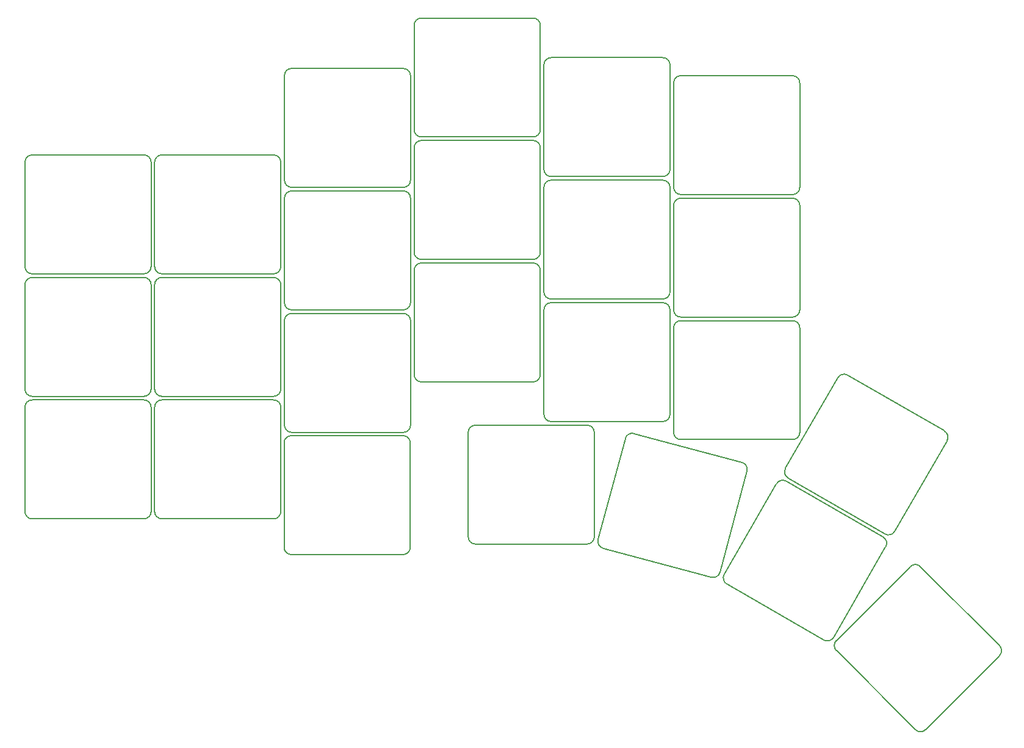
<source format=gbr>
%TF.GenerationSoftware,KiCad,Pcbnew,(6.0.0-0)*%
%TF.CreationDate,2022-01-13T13:44:15-08:00*%
%TF.ProjectId,hillside,68696c6c-7369-4646-952e-6b696361645f,0.1.1-alpha*%
%TF.SameCoordinates,Original*%
%TF.FileFunction,Other,ECO2*%
%FSLAX46Y46*%
G04 Gerber Fmt 4.6, Leading zero omitted, Abs format (unit mm)*
G04 Created by KiCad (PCBNEW (6.0.0-0)) date 2022-01-13 13:44:15*
%MOMM*%
%LPD*%
G01*
G04 APERTURE LIST*
%ADD10C,0.150000*%
G04 APERTURE END LIST*
D10*
%TO.C,K20*%
X124207107Y-112707106D02*
X139707107Y-112707106D01*
X139707107Y-129207106D02*
X124207107Y-129207106D01*
X123207107Y-113707106D02*
X123207107Y-128207106D01*
X140707107Y-113707106D02*
X140707107Y-128207106D01*
X123207107Y-128207106D02*
G75*
G03*
X124207107Y-129207106I1000003J3D01*
G01*
X124207107Y-112707106D02*
G75*
G03*
X123207107Y-113707106I3J-1000003D01*
G01*
X140707107Y-113707106D02*
G75*
G03*
X139707107Y-112707106I-1000003J-3D01*
G01*
X139707107Y-129207106D02*
G75*
G03*
X140707107Y-128207106I-3J1000003D01*
G01*
%TO.C,K13*%
X103750000Y-124250000D02*
X88250000Y-124250000D01*
X88250000Y-107750000D02*
X103750000Y-107750000D01*
X104750000Y-108750000D02*
X104750000Y-123250000D01*
X87250000Y-108750000D02*
X87250000Y-123250000D01*
X87250000Y-123250000D02*
G75*
G03*
X88250000Y-124250000I1000003J3D01*
G01*
X104750000Y-108750000D02*
G75*
G03*
X103750000Y-107750000I-1000003J-3D01*
G01*
X103750000Y-124250000D02*
G75*
G03*
X104750000Y-123250000I-3J1000003D01*
G01*
X88250000Y-107750000D02*
G75*
G03*
X87250000Y-108750000I3J-1000003D01*
G01*
%TO.C,K14*%
X105250000Y-108750000D02*
X105250000Y-123250000D01*
X106250000Y-107750000D02*
X121750000Y-107750000D01*
X122750000Y-108750000D02*
X122750000Y-123250000D01*
X121750000Y-124250000D02*
X106250000Y-124250000D01*
X121750000Y-124250000D02*
G75*
G03*
X122750000Y-123250000I-3J1000003D01*
G01*
X105250000Y-123250000D02*
G75*
G03*
X106250000Y-124250000I1000003J3D01*
G01*
X122750000Y-108750000D02*
G75*
G03*
X121750000Y-107750000I-1000003J-3D01*
G01*
X106250000Y-107750000D02*
G75*
G03*
X105250000Y-108750000I3J-1000003D01*
G01*
%TO.C,K1*%
X103750000Y-90250000D02*
X88250000Y-90250000D01*
X104750000Y-74750000D02*
X104750000Y-89250000D01*
X88250000Y-73750000D02*
X103750000Y-73750000D01*
X87250000Y-74750000D02*
X87250000Y-89250000D01*
X104750000Y-74750000D02*
G75*
G03*
X103750000Y-73750000I-1000003J-3D01*
G01*
X103750000Y-90250000D02*
G75*
G03*
X104750000Y-89250000I-3J1000003D01*
G01*
X88250000Y-73750000D02*
G75*
G03*
X87250000Y-74750000I3J-1000003D01*
G01*
X87250000Y-89250000D02*
G75*
G03*
X88250000Y-90250000I1000003J3D01*
G01*
%TO.C,K3*%
X140750000Y-62750000D02*
X140750000Y-77250000D01*
X139750000Y-78250000D02*
X124250000Y-78250000D01*
X123250000Y-62750000D02*
X123250000Y-77250000D01*
X124250000Y-61750000D02*
X139750000Y-61750000D01*
X140750000Y-62750000D02*
G75*
G03*
X139750000Y-61750000I-1000003J-3D01*
G01*
X139750000Y-78250000D02*
G75*
G03*
X140750000Y-77250000I-3J1000003D01*
G01*
X123250000Y-77250000D02*
G75*
G03*
X124250000Y-78250000I1000003J3D01*
G01*
X124250000Y-61750000D02*
G75*
G03*
X123250000Y-62750000I3J-1000003D01*
G01*
%TO.C,K4*%
X141250000Y-55750000D02*
X141250000Y-70250000D01*
X142250000Y-54750000D02*
X157750000Y-54750000D01*
X158750000Y-55750000D02*
X158750000Y-70250000D01*
X157750000Y-71250000D02*
X142250000Y-71250000D01*
X158750000Y-55750000D02*
G75*
G03*
X157750000Y-54750000I-1000003J-3D01*
G01*
X142250000Y-54750000D02*
G75*
G03*
X141250000Y-55750000I3J-1000003D01*
G01*
X157750000Y-71250000D02*
G75*
G03*
X158750000Y-70250000I-3J1000003D01*
G01*
X141250000Y-70250000D02*
G75*
G03*
X142250000Y-71250000I1000003J3D01*
G01*
%TO.C,K8*%
X105250000Y-91750000D02*
X105250000Y-106250000D01*
X121750000Y-107250000D02*
X106250000Y-107250000D01*
X122750000Y-91750000D02*
X122750000Y-106250000D01*
X106250000Y-90750000D02*
X121750000Y-90750000D01*
X105250000Y-106250000D02*
G75*
G03*
X106250000Y-107250000I1000003J3D01*
G01*
X121750000Y-107250000D02*
G75*
G03*
X122750000Y-106250000I-3J1000003D01*
G01*
X106250000Y-90750000D02*
G75*
G03*
X105250000Y-91750000I3J-1000003D01*
G01*
X122750000Y-91750000D02*
G75*
G03*
X121750000Y-90750000I-1000003J-3D01*
G01*
%TO.C,K9*%
X139750000Y-95250000D02*
X124250000Y-95250000D01*
X140750000Y-79750000D02*
X140750000Y-94250000D01*
X124250000Y-78750000D02*
X139750000Y-78750000D01*
X123250000Y-79750000D02*
X123250000Y-94250000D01*
X140750000Y-79750000D02*
G75*
G03*
X139750000Y-78750000I-1000003J-3D01*
G01*
X124250000Y-78750000D02*
G75*
G03*
X123250000Y-79750000I3J-1000003D01*
G01*
X123250000Y-94250000D02*
G75*
G03*
X124250000Y-95250000I1000003J3D01*
G01*
X139750000Y-95250000D02*
G75*
G03*
X140750000Y-94250000I-3J1000003D01*
G01*
%TO.C,K10*%
X142250000Y-71750000D02*
X157750000Y-71750000D01*
X158750000Y-72750000D02*
X158750000Y-87250000D01*
X141250000Y-72750000D02*
X141250000Y-87250000D01*
X157750000Y-88250000D02*
X142250000Y-88250000D01*
X142250000Y-71750000D02*
G75*
G03*
X141250000Y-72750000I3J-1000003D01*
G01*
X141250000Y-87250000D02*
G75*
G03*
X142250000Y-88250000I1000003J3D01*
G01*
X158750000Y-72750000D02*
G75*
G03*
X157750000Y-71750000I-1000003J-3D01*
G01*
X157750000Y-88250000D02*
G75*
G03*
X158750000Y-87250000I-3J1000003D01*
G01*
%TO.C,K15*%
X123250000Y-96750000D02*
X123250000Y-111250000D01*
X140750000Y-96750000D02*
X140750000Y-111250000D01*
X139750000Y-112250000D02*
X124250000Y-112250000D01*
X124250000Y-95750000D02*
X139750000Y-95750000D01*
X124250000Y-95750000D02*
G75*
G03*
X123250000Y-96750000I3J-1000003D01*
G01*
X123250000Y-111250000D02*
G75*
G03*
X124250000Y-112250000I1000003J3D01*
G01*
X139750000Y-112250000D02*
G75*
G03*
X140750000Y-111250000I-3J1000003D01*
G01*
X140750000Y-96750000D02*
G75*
G03*
X139750000Y-95750000I-1000003J-3D01*
G01*
%TO.C,K16*%
X158750000Y-89750000D02*
X158750000Y-104250000D01*
X157750000Y-105250000D02*
X142250000Y-105250000D01*
X142250000Y-88750000D02*
X157750000Y-88750000D01*
X141250000Y-89750000D02*
X141250000Y-104250000D01*
X142250000Y-88750000D02*
G75*
G03*
X141250000Y-89750000I3J-1000003D01*
G01*
X157750000Y-105250000D02*
G75*
G03*
X158750000Y-104250000I-3J1000003D01*
G01*
X158750000Y-89750000D02*
G75*
G03*
X157750000Y-88750000I-1000003J-3D01*
G01*
X141250000Y-104250000D02*
G75*
G03*
X142250000Y-105250000I1000003J3D01*
G01*
%TO.C,K5*%
X176750000Y-61250000D02*
X176750000Y-75750000D01*
X175750000Y-76750000D02*
X160250000Y-76750000D01*
X159250000Y-61250000D02*
X159250000Y-75750000D01*
X160250000Y-60250000D02*
X175750000Y-60250000D01*
X176750000Y-61250000D02*
G75*
G03*
X175750000Y-60250000I-1000003J-3D01*
G01*
X160250000Y-60250000D02*
G75*
G03*
X159250000Y-61250000I3J-1000003D01*
G01*
X175750000Y-76750000D02*
G75*
G03*
X176750000Y-75750000I-3J1000003D01*
G01*
X159250000Y-75750000D02*
G75*
G03*
X160250000Y-76750000I1000003J3D01*
G01*
%TO.C,K6*%
X177250000Y-63750000D02*
X177250000Y-78250000D01*
X194750000Y-63750000D02*
X194750000Y-78250000D01*
X178250000Y-62750000D02*
X193750000Y-62750000D01*
X193750000Y-79250000D02*
X178250000Y-79250000D01*
X194750000Y-63750000D02*
G75*
G03*
X193750000Y-62750000I-1000003J-3D01*
G01*
X178250000Y-62750000D02*
G75*
G03*
X177250000Y-63750000I3J-1000003D01*
G01*
X193750000Y-79250000D02*
G75*
G03*
X194750000Y-78250000I-3J1000003D01*
G01*
X177250000Y-78250000D02*
G75*
G03*
X178250000Y-79250000I1000003J3D01*
G01*
%TO.C,K11*%
X176750000Y-78250000D02*
X176750000Y-92750000D01*
X159250000Y-78250000D02*
X159250000Y-92750000D01*
X175750000Y-93750000D02*
X160250000Y-93750000D01*
X160250000Y-77250000D02*
X175750000Y-77250000D01*
X159250000Y-92750000D02*
G75*
G03*
X160250000Y-93750000I1000003J3D01*
G01*
X175750000Y-93750000D02*
G75*
G03*
X176750000Y-92750000I-3J1000003D01*
G01*
X160250000Y-77250000D02*
G75*
G03*
X159250000Y-78250000I3J-1000003D01*
G01*
X176750000Y-78250000D02*
G75*
G03*
X175750000Y-77250000I-1000003J-3D01*
G01*
%TO.C,K12*%
X178250000Y-79750000D02*
X193750000Y-79750000D01*
X193750000Y-96250000D02*
X178250000Y-96250000D01*
X177250000Y-80750000D02*
X177250000Y-95250000D01*
X194750000Y-80750000D02*
X194750000Y-95250000D01*
X177250000Y-95250000D02*
G75*
G03*
X178250000Y-96250000I1000003J3D01*
G01*
X193750000Y-96250000D02*
G75*
G03*
X194750000Y-95250000I-3J1000003D01*
G01*
X194750000Y-80750000D02*
G75*
G03*
X193750000Y-79750000I-1000003J-3D01*
G01*
X178250000Y-79750000D02*
G75*
G03*
X177250000Y-80750000I3J-1000003D01*
G01*
%TO.C,K17*%
X160250000Y-94250000D02*
X175750000Y-94250000D01*
X176750000Y-95250000D02*
X176750000Y-109750000D01*
X175750000Y-110750000D02*
X160250000Y-110750000D01*
X159250000Y-95250000D02*
X159250000Y-109750000D01*
X176750000Y-95250000D02*
G75*
G03*
X175750000Y-94250000I-1000003J-3D01*
G01*
X160250000Y-94250000D02*
G75*
G03*
X159250000Y-95250000I3J-1000003D01*
G01*
X159250000Y-109750000D02*
G75*
G03*
X160250000Y-110750000I1000003J3D01*
G01*
X175750000Y-110750000D02*
G75*
G03*
X176750000Y-109750000I-3J1000003D01*
G01*
%TO.C,K18*%
X194750000Y-97750000D02*
X194750000Y-112250000D01*
X178250000Y-96750000D02*
X193750000Y-96750000D01*
X177250000Y-97750000D02*
X177250000Y-112250000D01*
X193750000Y-113250000D02*
X178250000Y-113250000D01*
X178250000Y-96750000D02*
G75*
G03*
X177250000Y-97750000I3J-1000003D01*
G01*
X193750000Y-113250000D02*
G75*
G03*
X194750000Y-112250000I-3J1000003D01*
G01*
X194750000Y-97750000D02*
G75*
G03*
X193750000Y-96750000I-1000003J-3D01*
G01*
X177250000Y-112250000D02*
G75*
G03*
X178250000Y-113250000I1000003J3D01*
G01*
%TO.C,K21*%
X148750000Y-126750000D02*
X148750000Y-112250000D01*
X165250000Y-127750000D02*
X149750000Y-127750000D01*
X166250000Y-126750000D02*
X166250000Y-112250000D01*
X149750000Y-111250000D02*
X165250000Y-111250000D01*
X149750000Y-111250000D02*
G75*
G03*
X148750000Y-112250000I3J-1000003D01*
G01*
X148750000Y-126750000D02*
G75*
G03*
X149750000Y-127750000I1000003J3D01*
G01*
X165250000Y-127750000D02*
G75*
G03*
X166250000Y-126750000I-3J1000003D01*
G01*
X166250000Y-112250000D02*
G75*
G03*
X165250000Y-111250000I-1000003J-3D01*
G01*
%TO.C,K2*%
X122750000Y-74750000D02*
X122750000Y-89250000D01*
X106250000Y-73750000D02*
X121750000Y-73750000D01*
X121750000Y-90250000D02*
X106250000Y-90250000D01*
X105250000Y-74750000D02*
X105250000Y-89250000D01*
X106250000Y-73750000D02*
G75*
G03*
X105250000Y-74750000I3J-1000003D01*
G01*
X122750000Y-74750000D02*
G75*
G03*
X121750000Y-73750000I-1000003J-3D01*
G01*
X105250000Y-89250000D02*
G75*
G03*
X106250000Y-90250000I1000003J3D01*
G01*
X121750000Y-90250000D02*
G75*
G03*
X122750000Y-89250000I-3J1000003D01*
G01*
%TO.C,K22*%
X171759333Y-112411930D02*
X186731183Y-116423626D01*
X183685414Y-131654295D02*
X187438290Y-117648370D01*
X182460669Y-132361402D02*
X167488819Y-128349706D01*
X166781712Y-127124962D02*
X170534588Y-113119037D01*
X166781713Y-127124962D02*
G75*
G03*
X167488819Y-128349706I965926J-258818D01*
G01*
X182460669Y-132361402D02*
G75*
G03*
X183685414Y-131654295I258818J965927D01*
G01*
X187438289Y-117648370D02*
G75*
G03*
X186731183Y-116423626I-965926J258818D01*
G01*
X171759333Y-112411930D02*
G75*
G03*
X170534588Y-113119037I-258818J-965927D01*
G01*
%TO.C,K23*%
X206680999Y-128146236D02*
X199430999Y-140703604D01*
X192891580Y-119030210D02*
X206314974Y-126780210D01*
X198064974Y-141069630D02*
X184641580Y-133319630D01*
X191525555Y-119396236D02*
X184275555Y-131953604D01*
X198064975Y-141069629D02*
G75*
G03*
X199430999Y-140703604I499999J866026D01*
G01*
X206680999Y-128146236D02*
G75*
G03*
X206314974Y-126780210I-866026J500000D01*
G01*
X184275555Y-131953604D02*
G75*
G03*
X184641580Y-133319630I866026J-500000D01*
G01*
X192891579Y-119030211D02*
G75*
G03*
X191525555Y-119396236I-499999J-866026D01*
G01*
%TO.C,K19*%
X206564974Y-126347198D02*
X193141580Y-118597198D01*
X215180999Y-113423804D02*
X207930999Y-125981172D01*
X200025555Y-104673804D02*
X192775555Y-117231172D01*
X201391580Y-104307778D02*
X214814974Y-112057778D01*
X201391579Y-104307779D02*
G75*
G03*
X200025555Y-104673804I-499999J-866026D01*
G01*
X206564975Y-126347197D02*
G75*
G03*
X207930999Y-125981172I499999J866026D01*
G01*
X215180999Y-113423804D02*
G75*
G03*
X214814974Y-112057778I-866026J500000D01*
G01*
X192775555Y-117231172D02*
G75*
G03*
X193141580Y-118597198I866026J-500000D01*
G01*
%TO.C,K24*%
X212201008Y-153504956D02*
X222454056Y-143251908D01*
X199826640Y-141130588D02*
X210079688Y-130877540D01*
X210786795Y-153504956D02*
X199826640Y-142544801D01*
X211493901Y-130877540D02*
X222454056Y-141837695D01*
X211493901Y-130877540D02*
G75*
G03*
X210079688Y-130877540I-707106J-707108D01*
G01*
X210786795Y-153504956D02*
G75*
G03*
X212201008Y-153504956I707106J707108D01*
G01*
X222454055Y-143251907D02*
G75*
G03*
X222454056Y-141837695I-707107J707106D01*
G01*
X199826641Y-141130589D02*
G75*
G03*
X199826640Y-142544801I707107J-707106D01*
G01*
%TO.C,K7*%
X88250000Y-90750000D02*
X103750000Y-90750000D01*
X103750000Y-107250000D02*
X88250000Y-107250000D01*
X87250000Y-91750000D02*
X87250000Y-106250000D01*
X104750000Y-91750000D02*
X104750000Y-106250000D01*
X104750000Y-91750000D02*
G75*
G03*
X103750000Y-90750000I-1000003J-3D01*
G01*
X103750000Y-107250000D02*
G75*
G03*
X104750000Y-106250000I-3J1000003D01*
G01*
X88250000Y-90750000D02*
G75*
G03*
X87250000Y-91750000I3J-1000003D01*
G01*
X87250000Y-106250000D02*
G75*
G03*
X88250000Y-107250000I1000003J3D01*
G01*
%TD*%
M02*

</source>
